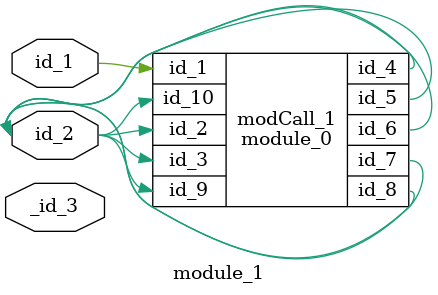
<source format=v>
module module_0 (
    id_1,
    id_2,
    id_3,
    id_4,
    id_5,
    id_6,
    id_7,
    id_8,
    id_9,
    id_10
);
  input wire id_10;
  input wire id_9;
  inout wire id_8;
  inout wire id_7;
  inout wire id_6;
  inout wire id_5;
  inout wire id_4;
  input wire id_3;
  input wire id_2;
  input wire id_1;
endmodule
module module_1 #(
    parameter id_3 = 32'd46
) (
    id_1,
    id_2,
    _id_3
);
  inout wire _id_3;
  inout wire id_2;
  input wire id_1;
  assign id_3 = id_3;
  module_0 modCall_1 (
      id_1,
      id_2,
      id_2,
      id_2,
      id_2,
      id_2,
      id_2,
      id_2,
      id_2,
      id_2
  );
  wire [id_3 : id_3] id_4;
  parameter id_5 = -1;
endmodule

</source>
